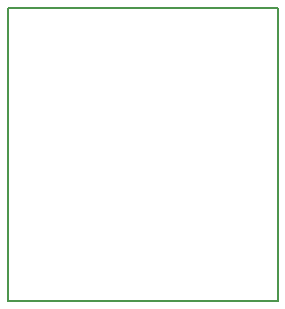
<source format=gbr>
G04 DipTrace 3.1.0.1*
G04 BoardOutline.gbr*
%MOIN*%
G04 #@! TF.FileFunction,Profile*
G04 #@! TF.Part,Single*
%ADD11C,0.006*%
%FSLAX26Y26*%
G04*
G70*
G90*
G75*
G01*
G04 BoardOutline*
%LPD*%
X394000Y1369000D2*
D11*
X1294000D1*
Y394000D1*
X394000D1*
Y1369000D1*
M02*

</source>
